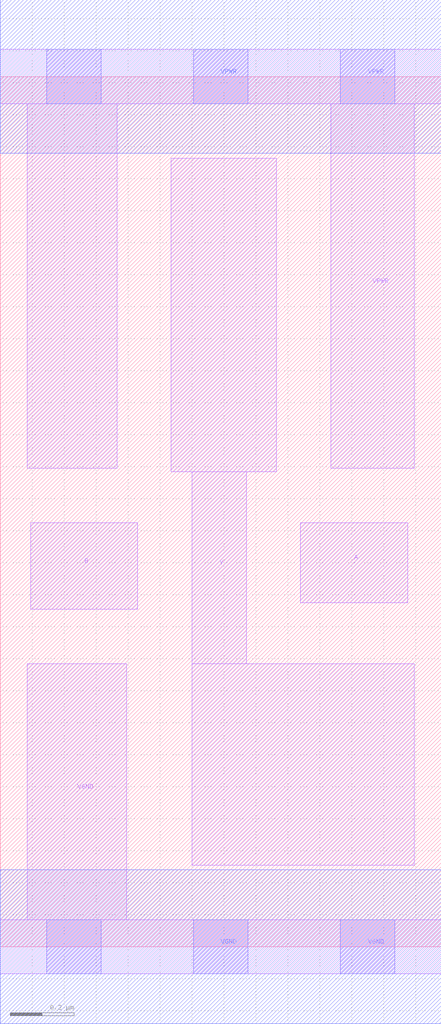
<source format=lef>
# Copyright 2020 The SkyWater PDK Authors
#
# Licensed under the Apache License, Version 2.0 (the "License");
# you may not use this file except in compliance with the License.
# You may obtain a copy of the License at
#
#     https://www.apache.org/licenses/LICENSE-2.0
#
# Unless required by applicable law or agreed to in writing, software
# distributed under the License is distributed on an "AS IS" BASIS,
# WITHOUT WARRANTIES OR CONDITIONS OF ANY KIND, either express or implied.
# See the License for the specific language governing permissions and
# limitations under the License.
#
# SPDX-License-Identifier: Apache-2.0

VERSION 5.7 ;
  NAMESCASESENSITIVE ON ;
  NOWIREEXTENSIONATPIN ON ;
  DIVIDERCHAR "/" ;
  BUSBITCHARS "[]" ;
UNITS
  DATABASE MICRONS 200 ;
END UNITS
MACRO sky130_fd_sc_hd__nand2_1
  CLASS CORE ;
  SOURCE USER ;
  FOREIGN sky130_fd_sc_hd__nand2_1 ;
  ORIGIN  0.000000  0.000000 ;
  SIZE  1.380000 BY  2.720000 ;
  SYMMETRY X Y R90 ;
  SITE unithd ;
  PIN A
    ANTENNAGATEAREA  0.247500 ;
    DIRECTION INPUT ;
    USE SIGNAL ;
    PORT
      LAYER li1 ;
        RECT 0.940000 1.075000 1.275000 1.325000 ;
    END
  END A
  PIN B
    ANTENNAGATEAREA  0.247500 ;
    DIRECTION INPUT ;
    USE SIGNAL ;
    PORT
      LAYER li1 ;
        RECT 0.095000 1.055000 0.430000 1.325000 ;
    END
  END B
  PIN Y
    ANTENNADIFFAREA  0.439000 ;
    DIRECTION OUTPUT ;
    USE SIGNAL ;
    PORT
      LAYER li1 ;
        RECT 0.535000 1.485000 0.865000 2.465000 ;
        RECT 0.600000 0.255000 1.295000 0.885000 ;
        RECT 0.600000 0.885000 0.770000 1.485000 ;
    END
  END Y
  PIN VGND
    DIRECTION INOUT ;
    SHAPE ABUTMENT ;
    USE GROUND ;
    PORT
      LAYER li1 ;
        RECT 0.000000 -0.085000 1.380000 0.085000 ;
        RECT 0.085000  0.085000 0.395000 0.885000 ;
      LAYER mcon ;
        RECT 0.145000 -0.085000 0.315000 0.085000 ;
        RECT 0.605000 -0.085000 0.775000 0.085000 ;
        RECT 1.065000 -0.085000 1.235000 0.085000 ;
      LAYER met1 ;
        RECT 0.000000 -0.240000 1.380000 0.240000 ;
    END
  END VGND
  PIN VPWR
    DIRECTION INOUT ;
    SHAPE ABUTMENT ;
    USE POWER ;
    PORT
      LAYER li1 ;
        RECT 0.000000 2.635000 1.380000 2.805000 ;
        RECT 0.085000 1.495000 0.365000 2.635000 ;
        RECT 1.035000 1.495000 1.295000 2.635000 ;
      LAYER mcon ;
        RECT 0.145000 2.635000 0.315000 2.805000 ;
        RECT 0.605000 2.635000 0.775000 2.805000 ;
        RECT 1.065000 2.635000 1.235000 2.805000 ;
      LAYER met1 ;
        RECT 0.000000 2.480000 1.380000 2.960000 ;
    END
  END VPWR
END sky130_fd_sc_hd__nand2_1
END LIBRARY

</source>
